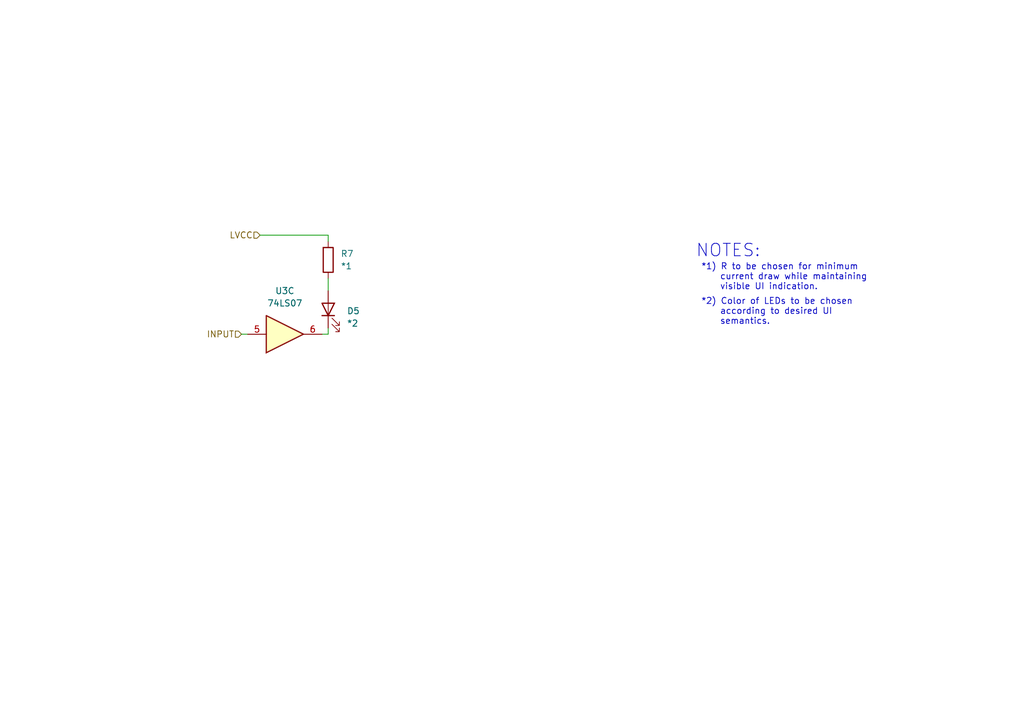
<source format=kicad_sch>
(kicad_sch (version 20231120) (generator "eeschema") (generator_version "8.0")
  (paper "A5")
  (title_block (title "UI LEDs, active low signals") (date "2025-01-12") (rev "1"))
  (lib_symbols
    (symbol "74xx:74LS07" (pin_names (offset 1.016))
      (property "Reference" "U" (at 0 1.27 0))
      (property "Value" "74LS07" (at 0 -1.27 0))
      (symbol "74LS07_1_0"
        (polyline (pts (xy -3.81 3.81) (xy -3.81 -3.81) (xy 3.81 0) (xy -3.81 3.81)) (stroke (width 0.254)) (fill (type background)))
        (pin input line (at -7.62 0 0) (length 3.81) (name "~") (number "1"))
        (pin open_collector line (at 7.62 0 180) (length 3.81) (name "~") (number "2"))
      )
      (symbol "74LS07_2_0"
        (polyline (pts (xy -3.81 3.81) (xy -3.81 -3.81) (xy 3.81 0) (xy -3.81 3.81)) (stroke (width 0.254)) (fill (type background)))
        (pin input line (at -7.62 0 0) (length 3.81) (name "~") (number "3"))
        (pin open_collector line (at 7.62 0 180) (length 3.81) (name "~") (number "4"))
      )
      (symbol "74LS07_3_0"
        (polyline (pts (xy -3.81 3.81) (xy -3.81 -3.81) (xy 3.81 0) (xy -3.81 3.81)) (stroke (width 0.254)) (fill (type background)))
        (pin input line (at -7.62 0 0) (length 3.81) (name "~") (number "5"))
        (pin open_collector line (at 7.62 0 180) (length 3.81) (name "~") (number "6"))
      )
      (symbol "74LS07_4_0"
        (polyline (pts (xy -3.81 3.81) (xy -3.81 -3.81) (xy 3.81 0) (xy -3.81 3.81)) (stroke (width 0.254)) (fill (type background)))
        (pin open_collector line (at 7.62 0 180) (length 3.81) (name "~") (number "8"))
        (pin input line (at -7.62 0 0) (length 3.81) (name "~") (number "9"))
      )
      (symbol "74LS07_5_0"
        (polyline (pts (xy -3.81 3.81) (xy -3.81 -3.81) (xy 3.81 0) (xy -3.81 3.81)) (stroke (width 0.254)) (fill (type background)))
        (pin open_collector line (at 7.62 0 180) (length 3.81) (name "~") (number "10"))
        (pin input line (at -7.62 0 0) (length 3.81) (name "~") (number "11"))
      )
      (symbol "74LS07_6_0"
        (polyline (pts (xy -3.81 3.81) (xy -3.81 -3.81) (xy 3.81 0) (xy -3.81 3.81)) (stroke (width 0.254)) (fill (type background)))
        (pin open_collector line (at 7.62 0 180) (length 3.81) (name "~") (number "12"))
        (pin input line (at -7.62 0 0) (length 3.81) (name "~") (number "13"))
      )
      (symbol "74LS07_7_0"
        (pin power_in line (at 0 12.7 270) (length 5.08) (name "VCC") (number "14"))
        (pin power_in line (at 0 -12.7 90) (length 5.08) (name "GND") (number "7"))
      )
      (symbol "74LS07_7_1"
        (rectangle (start -5.08 7.62) (end 5.08 -7.62) (stroke (width 0.254)) (fill (type background)))
      )
    )
    (symbol "Device:LED" (pin_numbers hide) (pin_names (offset 1.016) hide)
      (property "Reference" "D" (at 0 2.54 0))
      (property "Value" "LED" (at 0 -2.54 0))
      (symbol "LED_0_1"
        (polyline (pts (xy -1.27 -1.27) (xy -1.27 1.27)) (stroke (width 0.254)))
        (polyline (pts (xy -1.27 0) (xy 1.27 0)))
        (polyline (pts (xy 1.27 -1.27) (xy 1.27 1.27) (xy -1.27 0) (xy 1.27 -1.27)) (stroke (width 0.254)))
        (polyline (pts (xy -3.048 -0.762) (xy -4.572 -2.286) (xy -3.81 -2.286) (xy -4.572 -2.286) (xy -4.572 -1.524)))
        (polyline (pts (xy -1.778 -0.762) (xy -3.302 -2.286) (xy -2.54 -2.286) (xy -3.302 -2.286) (xy -3.302 -1.524)))
      )
      (symbol "LED_1_1"
        (pin passive line (at -3.81 0 0) (length 2.54) (name "K") (number "1"))
        (pin passive line (at 3.81 0 180) (length 2.54) (name "A") (number "2"))
      )
    )
    (symbol "Device:R" (pin_numbers hide) (pin_names (offset 0))
      (property "Reference" "R" (at 2.032 0 90))
      (property "Value" "R" (at 0 0 90))
      (symbol "R_0_1"
        (rectangle (start -1.016 -2.54) (end 1.016 2.54) (stroke (width 0.254)))
      )
      (symbol "R_1_1"
        (pin passive line (at 0 3.81 270) (length 1.27) (name "~") (number "1"))
        (pin passive line (at 0 -3.81 90) (length 1.27) (name "~") (number "2"))
      )
    )
  )
  (wire (pts (xy 67.31 67.31) (xy 67.31 68.58)))
  (wire (pts (xy 67.31 68.58) (xy 66.04 68.58)))
  (wire (pts (xy 49.53 68.58) (xy 50.8 68.58)))
  (wire (pts (xy 67.31 48.26) (xy 67.31 49.53)))
  (wire (pts (xy 67.31 57.15) (xy 67.31 59.69)))
  (wire (pts (xy 53.34 48.26) (xy 67.31 48.26)))
  (text "*1) R to be chosen for minimum\n    current draw while maintaining\n    visible UI indication." (at 143.764 56.896 0) (effects (font (size 1.27 1.27)) (justify left)))
  (text "NOTES:" (at 149.352 51.562 0) (effects (font (size 2.54 2.54))))
  (text "*2) Color of LEDs to be chosen\n    according to desired UI\n    semantics." (at 143.764 64.008 0) (effects (font (size 1.27 1.27)) (justify left)))
  (hierarchical_label "LVCC" (shape input) (at 53.34 48.26 180))
  (hierarchical_label "INPUT" (shape input) (at 49.53 68.58 180))
  (symbol (lib_id "Device:LED") (at 67.31 63.5 90) (unit 1)
    (property "Reference" "D5" (at 71.12 63.8174 90) (effects (justify right)))
    (property "Value" "*2" (at 71.12 66.3574 90) (effects (justify right)))
    (property "Footprint" "LED_THT:LED_D3.0mm_Horizontal_O3.81mm_Z6.0mm" (effects (hide yes)))
    (property "Description" "Light emitting diode" (effects (hide yes)))
    (instances (project "valhalla-MOD-CPU_ATMEGA" (path "" (reference "D5") (unit 1)) (path "" (reference "D4") (unit 1)) (path "" (reference "D3") (unit 1)) (path "" (reference "D6") (unit 1))))
  )
  (symbol (lib_id "74xx:74LS07") (at 58.42 68.58 0) (mirror x) (unit 3)
    (property "Reference" "U3" (at 58.42 59.69 0))
    (property "Value" "74LS07" (at 58.42 62.23 0))
    (property "Footprint" "Package_DIP:DIP-14_W7.62mm_LongPads" (effects (hide yes)))
    (property "Datasheet" "www.ti.com/lit/ds/symlink/sn74ls07.pdf" (effects (hide yes)))
    (property "Description" "Hex Buffers and Drivers With Open Collector High Voltage Outputs" (effects (hide yes)))
    (instances (project "valhalla-MOD-CPU_ATMEGA" (path "" (reference "U3") (unit 3)) (path "" (reference "U3") (unit 2)) (path "" (reference "U3") (unit 1)) (path "" (reference "U3") (unit 4))))
  )
  (symbol (lib_id "Device:R") (at 67.31 53.34 0) (unit 1)
    (property "Reference" "R7" (at 69.85 52.0699 0) (effects (justify left)))
    (property "Value" "*1" (at 69.85 54.6099 0) (effects (justify left)))
    (property "Footprint" "Resistor_THT:R_Axial_DIN0207_L6.3mm_D2.5mm_P10.16mm_Horizontal" (effects (hide yes)))
    (property "Description" "Resistor" (effects (hide yes)))
    (instances (project "valhalla-MOD-CPU_ATMEGA" (path "" (reference "R7") (unit 1)) (path "" (reference "R6") (unit 1)) (path "" (reference "R5") (unit 1)) (path "" (reference "R8") (unit 1))))
  )
)
</source>
